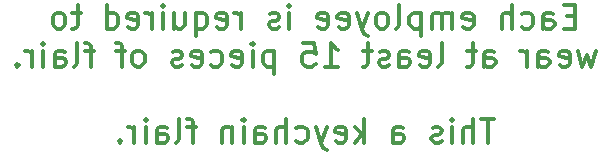
<source format=gbo>
G04 #@! TF.GenerationSoftware,KiCad,Pcbnew,7.0.9*
G04 #@! TF.CreationDate,2023-12-24T17:35:42+01:00*
G04 #@! TF.ProjectId,Fusebit Doctor TQFP32 adapter,46757365-6269-4742-9044-6f63746f7220,V1.0*
G04 #@! TF.SameCoordinates,Original*
G04 #@! TF.FileFunction,Legend,Bot*
G04 #@! TF.FilePolarity,Positive*
%FSLAX46Y46*%
G04 Gerber Fmt 4.6, Leading zero omitted, Abs format (unit mm)*
G04 Created by KiCad (PCBNEW 7.0.9) date 2023-12-24 17:35:42*
%MOMM*%
%LPD*%
G01*
G04 APERTURE LIST*
%ADD10C,0.300000*%
%ADD11R,1.700000X1.700000*%
%ADD12O,1.700000X1.700000*%
G04 APERTURE END LIST*
D10*
X22809526Y-3922019D02*
X22142859Y-3922019D01*
X21857145Y-4969638D02*
X22809526Y-4969638D01*
X22809526Y-4969638D02*
X22809526Y-2969638D01*
X22809526Y-2969638D02*
X21857145Y-2969638D01*
X20142859Y-4969638D02*
X20142859Y-3922019D01*
X20142859Y-3922019D02*
X20238097Y-3731542D01*
X20238097Y-3731542D02*
X20428573Y-3636304D01*
X20428573Y-3636304D02*
X20809526Y-3636304D01*
X20809526Y-3636304D02*
X21000002Y-3731542D01*
X20142859Y-4874400D02*
X20333335Y-4969638D01*
X20333335Y-4969638D02*
X20809526Y-4969638D01*
X20809526Y-4969638D02*
X21000002Y-4874400D01*
X21000002Y-4874400D02*
X21095240Y-4683923D01*
X21095240Y-4683923D02*
X21095240Y-4493447D01*
X21095240Y-4493447D02*
X21000002Y-4302971D01*
X21000002Y-4302971D02*
X20809526Y-4207733D01*
X20809526Y-4207733D02*
X20333335Y-4207733D01*
X20333335Y-4207733D02*
X20142859Y-4112495D01*
X18333335Y-4874400D02*
X18523811Y-4969638D01*
X18523811Y-4969638D02*
X18904764Y-4969638D01*
X18904764Y-4969638D02*
X19095240Y-4874400D01*
X19095240Y-4874400D02*
X19190478Y-4779161D01*
X19190478Y-4779161D02*
X19285716Y-4588685D01*
X19285716Y-4588685D02*
X19285716Y-4017257D01*
X19285716Y-4017257D02*
X19190478Y-3826780D01*
X19190478Y-3826780D02*
X19095240Y-3731542D01*
X19095240Y-3731542D02*
X18904764Y-3636304D01*
X18904764Y-3636304D02*
X18523811Y-3636304D01*
X18523811Y-3636304D02*
X18333335Y-3731542D01*
X17476192Y-4969638D02*
X17476192Y-2969638D01*
X16619049Y-4969638D02*
X16619049Y-3922019D01*
X16619049Y-3922019D02*
X16714287Y-3731542D01*
X16714287Y-3731542D02*
X16904763Y-3636304D01*
X16904763Y-3636304D02*
X17190478Y-3636304D01*
X17190478Y-3636304D02*
X17380954Y-3731542D01*
X17380954Y-3731542D02*
X17476192Y-3826780D01*
X13380953Y-4874400D02*
X13571429Y-4969638D01*
X13571429Y-4969638D02*
X13952382Y-4969638D01*
X13952382Y-4969638D02*
X14142858Y-4874400D01*
X14142858Y-4874400D02*
X14238096Y-4683923D01*
X14238096Y-4683923D02*
X14238096Y-3922019D01*
X14238096Y-3922019D02*
X14142858Y-3731542D01*
X14142858Y-3731542D02*
X13952382Y-3636304D01*
X13952382Y-3636304D02*
X13571429Y-3636304D01*
X13571429Y-3636304D02*
X13380953Y-3731542D01*
X13380953Y-3731542D02*
X13285715Y-3922019D01*
X13285715Y-3922019D02*
X13285715Y-4112495D01*
X13285715Y-4112495D02*
X14238096Y-4302971D01*
X12428572Y-4969638D02*
X12428572Y-3636304D01*
X12428572Y-3826780D02*
X12333334Y-3731542D01*
X12333334Y-3731542D02*
X12142858Y-3636304D01*
X12142858Y-3636304D02*
X11857143Y-3636304D01*
X11857143Y-3636304D02*
X11666667Y-3731542D01*
X11666667Y-3731542D02*
X11571429Y-3922019D01*
X11571429Y-3922019D02*
X11571429Y-4969638D01*
X11571429Y-3922019D02*
X11476191Y-3731542D01*
X11476191Y-3731542D02*
X11285715Y-3636304D01*
X11285715Y-3636304D02*
X11000001Y-3636304D01*
X11000001Y-3636304D02*
X10809524Y-3731542D01*
X10809524Y-3731542D02*
X10714286Y-3922019D01*
X10714286Y-3922019D02*
X10714286Y-4969638D01*
X9761905Y-3636304D02*
X9761905Y-5636304D01*
X9761905Y-3731542D02*
X9571429Y-3636304D01*
X9571429Y-3636304D02*
X9190476Y-3636304D01*
X9190476Y-3636304D02*
X9000000Y-3731542D01*
X9000000Y-3731542D02*
X8904762Y-3826780D01*
X8904762Y-3826780D02*
X8809524Y-4017257D01*
X8809524Y-4017257D02*
X8809524Y-4588685D01*
X8809524Y-4588685D02*
X8904762Y-4779161D01*
X8904762Y-4779161D02*
X9000000Y-4874400D01*
X9000000Y-4874400D02*
X9190476Y-4969638D01*
X9190476Y-4969638D02*
X9571429Y-4969638D01*
X9571429Y-4969638D02*
X9761905Y-4874400D01*
X7666667Y-4969638D02*
X7857143Y-4874400D01*
X7857143Y-4874400D02*
X7952381Y-4683923D01*
X7952381Y-4683923D02*
X7952381Y-2969638D01*
X6619048Y-4969638D02*
X6809524Y-4874400D01*
X6809524Y-4874400D02*
X6904762Y-4779161D01*
X6904762Y-4779161D02*
X7000000Y-4588685D01*
X7000000Y-4588685D02*
X7000000Y-4017257D01*
X7000000Y-4017257D02*
X6904762Y-3826780D01*
X6904762Y-3826780D02*
X6809524Y-3731542D01*
X6809524Y-3731542D02*
X6619048Y-3636304D01*
X6619048Y-3636304D02*
X6333333Y-3636304D01*
X6333333Y-3636304D02*
X6142857Y-3731542D01*
X6142857Y-3731542D02*
X6047619Y-3826780D01*
X6047619Y-3826780D02*
X5952381Y-4017257D01*
X5952381Y-4017257D02*
X5952381Y-4588685D01*
X5952381Y-4588685D02*
X6047619Y-4779161D01*
X6047619Y-4779161D02*
X6142857Y-4874400D01*
X6142857Y-4874400D02*
X6333333Y-4969638D01*
X6333333Y-4969638D02*
X6619048Y-4969638D01*
X5285714Y-3636304D02*
X4809524Y-4969638D01*
X4333333Y-3636304D02*
X4809524Y-4969638D01*
X4809524Y-4969638D02*
X5000000Y-5445828D01*
X5000000Y-5445828D02*
X5095238Y-5541066D01*
X5095238Y-5541066D02*
X5285714Y-5636304D01*
X2809523Y-4874400D02*
X2999999Y-4969638D01*
X2999999Y-4969638D02*
X3380952Y-4969638D01*
X3380952Y-4969638D02*
X3571428Y-4874400D01*
X3571428Y-4874400D02*
X3666666Y-4683923D01*
X3666666Y-4683923D02*
X3666666Y-3922019D01*
X3666666Y-3922019D02*
X3571428Y-3731542D01*
X3571428Y-3731542D02*
X3380952Y-3636304D01*
X3380952Y-3636304D02*
X2999999Y-3636304D01*
X2999999Y-3636304D02*
X2809523Y-3731542D01*
X2809523Y-3731542D02*
X2714285Y-3922019D01*
X2714285Y-3922019D02*
X2714285Y-4112495D01*
X2714285Y-4112495D02*
X3666666Y-4302971D01*
X1095237Y-4874400D02*
X1285713Y-4969638D01*
X1285713Y-4969638D02*
X1666666Y-4969638D01*
X1666666Y-4969638D02*
X1857142Y-4874400D01*
X1857142Y-4874400D02*
X1952380Y-4683923D01*
X1952380Y-4683923D02*
X1952380Y-3922019D01*
X1952380Y-3922019D02*
X1857142Y-3731542D01*
X1857142Y-3731542D02*
X1666666Y-3636304D01*
X1666666Y-3636304D02*
X1285713Y-3636304D01*
X1285713Y-3636304D02*
X1095237Y-3731542D01*
X1095237Y-3731542D02*
X999999Y-3922019D01*
X999999Y-3922019D02*
X999999Y-4112495D01*
X999999Y-4112495D02*
X1952380Y-4302971D01*
X-1380953Y-4969638D02*
X-1380953Y-3636304D01*
X-1380953Y-2969638D02*
X-1285715Y-3064876D01*
X-1285715Y-3064876D02*
X-1380953Y-3160114D01*
X-1380953Y-3160114D02*
X-1476191Y-3064876D01*
X-1476191Y-3064876D02*
X-1380953Y-2969638D01*
X-1380953Y-2969638D02*
X-1380953Y-3160114D01*
X-2238096Y-4874400D02*
X-2428572Y-4969638D01*
X-2428572Y-4969638D02*
X-2809524Y-4969638D01*
X-2809524Y-4969638D02*
X-3000001Y-4874400D01*
X-3000001Y-4874400D02*
X-3095239Y-4683923D01*
X-3095239Y-4683923D02*
X-3095239Y-4588685D01*
X-3095239Y-4588685D02*
X-3000001Y-4398209D01*
X-3000001Y-4398209D02*
X-2809524Y-4302971D01*
X-2809524Y-4302971D02*
X-2523810Y-4302971D01*
X-2523810Y-4302971D02*
X-2333334Y-4207733D01*
X-2333334Y-4207733D02*
X-2238096Y-4017257D01*
X-2238096Y-4017257D02*
X-2238096Y-3922019D01*
X-2238096Y-3922019D02*
X-2333334Y-3731542D01*
X-2333334Y-3731542D02*
X-2523810Y-3636304D01*
X-2523810Y-3636304D02*
X-2809524Y-3636304D01*
X-2809524Y-3636304D02*
X-3000001Y-3731542D01*
X-5476192Y-4969638D02*
X-5476192Y-3636304D01*
X-5476192Y-4017257D02*
X-5571430Y-3826780D01*
X-5571430Y-3826780D02*
X-5666668Y-3731542D01*
X-5666668Y-3731542D02*
X-5857144Y-3636304D01*
X-5857144Y-3636304D02*
X-6047621Y-3636304D01*
X-7476192Y-4874400D02*
X-7285716Y-4969638D01*
X-7285716Y-4969638D02*
X-6904763Y-4969638D01*
X-6904763Y-4969638D02*
X-6714287Y-4874400D01*
X-6714287Y-4874400D02*
X-6619049Y-4683923D01*
X-6619049Y-4683923D02*
X-6619049Y-3922019D01*
X-6619049Y-3922019D02*
X-6714287Y-3731542D01*
X-6714287Y-3731542D02*
X-6904763Y-3636304D01*
X-6904763Y-3636304D02*
X-7285716Y-3636304D01*
X-7285716Y-3636304D02*
X-7476192Y-3731542D01*
X-7476192Y-3731542D02*
X-7571430Y-3922019D01*
X-7571430Y-3922019D02*
X-7571430Y-4112495D01*
X-7571430Y-4112495D02*
X-6619049Y-4302971D01*
X-9285716Y-3636304D02*
X-9285716Y-5636304D01*
X-9285716Y-4874400D02*
X-9095240Y-4969638D01*
X-9095240Y-4969638D02*
X-8714287Y-4969638D01*
X-8714287Y-4969638D02*
X-8523811Y-4874400D01*
X-8523811Y-4874400D02*
X-8428573Y-4779161D01*
X-8428573Y-4779161D02*
X-8333335Y-4588685D01*
X-8333335Y-4588685D02*
X-8333335Y-4017257D01*
X-8333335Y-4017257D02*
X-8428573Y-3826780D01*
X-8428573Y-3826780D02*
X-8523811Y-3731542D01*
X-8523811Y-3731542D02*
X-8714287Y-3636304D01*
X-8714287Y-3636304D02*
X-9095240Y-3636304D01*
X-9095240Y-3636304D02*
X-9285716Y-3731542D01*
X-11095240Y-3636304D02*
X-11095240Y-4969638D01*
X-10238097Y-3636304D02*
X-10238097Y-4683923D01*
X-10238097Y-4683923D02*
X-10333335Y-4874400D01*
X-10333335Y-4874400D02*
X-10523811Y-4969638D01*
X-10523811Y-4969638D02*
X-10809526Y-4969638D01*
X-10809526Y-4969638D02*
X-11000002Y-4874400D01*
X-11000002Y-4874400D02*
X-11095240Y-4779161D01*
X-12047621Y-4969638D02*
X-12047621Y-3636304D01*
X-12047621Y-2969638D02*
X-11952383Y-3064876D01*
X-11952383Y-3064876D02*
X-12047621Y-3160114D01*
X-12047621Y-3160114D02*
X-12142859Y-3064876D01*
X-12142859Y-3064876D02*
X-12047621Y-2969638D01*
X-12047621Y-2969638D02*
X-12047621Y-3160114D01*
X-13000002Y-4969638D02*
X-13000002Y-3636304D01*
X-13000002Y-4017257D02*
X-13095240Y-3826780D01*
X-13095240Y-3826780D02*
X-13190478Y-3731542D01*
X-13190478Y-3731542D02*
X-13380954Y-3636304D01*
X-13380954Y-3636304D02*
X-13571431Y-3636304D01*
X-15000002Y-4874400D02*
X-14809526Y-4969638D01*
X-14809526Y-4969638D02*
X-14428573Y-4969638D01*
X-14428573Y-4969638D02*
X-14238097Y-4874400D01*
X-14238097Y-4874400D02*
X-14142859Y-4683923D01*
X-14142859Y-4683923D02*
X-14142859Y-3922019D01*
X-14142859Y-3922019D02*
X-14238097Y-3731542D01*
X-14238097Y-3731542D02*
X-14428573Y-3636304D01*
X-14428573Y-3636304D02*
X-14809526Y-3636304D01*
X-14809526Y-3636304D02*
X-15000002Y-3731542D01*
X-15000002Y-3731542D02*
X-15095240Y-3922019D01*
X-15095240Y-3922019D02*
X-15095240Y-4112495D01*
X-15095240Y-4112495D02*
X-14142859Y-4302971D01*
X-16809526Y-4969638D02*
X-16809526Y-2969638D01*
X-16809526Y-4874400D02*
X-16619050Y-4969638D01*
X-16619050Y-4969638D02*
X-16238097Y-4969638D01*
X-16238097Y-4969638D02*
X-16047621Y-4874400D01*
X-16047621Y-4874400D02*
X-15952383Y-4779161D01*
X-15952383Y-4779161D02*
X-15857145Y-4588685D01*
X-15857145Y-4588685D02*
X-15857145Y-4017257D01*
X-15857145Y-4017257D02*
X-15952383Y-3826780D01*
X-15952383Y-3826780D02*
X-16047621Y-3731542D01*
X-16047621Y-3731542D02*
X-16238097Y-3636304D01*
X-16238097Y-3636304D02*
X-16619050Y-3636304D01*
X-16619050Y-3636304D02*
X-16809526Y-3731542D01*
X-19000003Y-3636304D02*
X-19761907Y-3636304D01*
X-19285717Y-2969638D02*
X-19285717Y-4683923D01*
X-19285717Y-4683923D02*
X-19380955Y-4874400D01*
X-19380955Y-4874400D02*
X-19571431Y-4969638D01*
X-19571431Y-4969638D02*
X-19761907Y-4969638D01*
X-20714288Y-4969638D02*
X-20523812Y-4874400D01*
X-20523812Y-4874400D02*
X-20428574Y-4779161D01*
X-20428574Y-4779161D02*
X-20333336Y-4588685D01*
X-20333336Y-4588685D02*
X-20333336Y-4017257D01*
X-20333336Y-4017257D02*
X-20428574Y-3826780D01*
X-20428574Y-3826780D02*
X-20523812Y-3731542D01*
X-20523812Y-3731542D02*
X-20714288Y-3636304D01*
X-20714288Y-3636304D02*
X-21000003Y-3636304D01*
X-21000003Y-3636304D02*
X-21190479Y-3731542D01*
X-21190479Y-3731542D02*
X-21285717Y-3826780D01*
X-21285717Y-3826780D02*
X-21380955Y-4017257D01*
X-21380955Y-4017257D02*
X-21380955Y-4588685D01*
X-21380955Y-4588685D02*
X-21285717Y-4779161D01*
X-21285717Y-4779161D02*
X-21190479Y-4874400D01*
X-21190479Y-4874400D02*
X-21000003Y-4969638D01*
X-21000003Y-4969638D02*
X-20714288Y-4969638D01*
X24571430Y-6856304D02*
X24190478Y-8189638D01*
X24190478Y-8189638D02*
X23809525Y-7237257D01*
X23809525Y-7237257D02*
X23428573Y-8189638D01*
X23428573Y-8189638D02*
X23047621Y-6856304D01*
X21523811Y-8094400D02*
X21714287Y-8189638D01*
X21714287Y-8189638D02*
X22095240Y-8189638D01*
X22095240Y-8189638D02*
X22285716Y-8094400D01*
X22285716Y-8094400D02*
X22380954Y-7903923D01*
X22380954Y-7903923D02*
X22380954Y-7142019D01*
X22380954Y-7142019D02*
X22285716Y-6951542D01*
X22285716Y-6951542D02*
X22095240Y-6856304D01*
X22095240Y-6856304D02*
X21714287Y-6856304D01*
X21714287Y-6856304D02*
X21523811Y-6951542D01*
X21523811Y-6951542D02*
X21428573Y-7142019D01*
X21428573Y-7142019D02*
X21428573Y-7332495D01*
X21428573Y-7332495D02*
X22380954Y-7522971D01*
X19714287Y-8189638D02*
X19714287Y-7142019D01*
X19714287Y-7142019D02*
X19809525Y-6951542D01*
X19809525Y-6951542D02*
X20000001Y-6856304D01*
X20000001Y-6856304D02*
X20380954Y-6856304D01*
X20380954Y-6856304D02*
X20571430Y-6951542D01*
X19714287Y-8094400D02*
X19904763Y-8189638D01*
X19904763Y-8189638D02*
X20380954Y-8189638D01*
X20380954Y-8189638D02*
X20571430Y-8094400D01*
X20571430Y-8094400D02*
X20666668Y-7903923D01*
X20666668Y-7903923D02*
X20666668Y-7713447D01*
X20666668Y-7713447D02*
X20571430Y-7522971D01*
X20571430Y-7522971D02*
X20380954Y-7427733D01*
X20380954Y-7427733D02*
X19904763Y-7427733D01*
X19904763Y-7427733D02*
X19714287Y-7332495D01*
X18761906Y-8189638D02*
X18761906Y-6856304D01*
X18761906Y-7237257D02*
X18666668Y-7046780D01*
X18666668Y-7046780D02*
X18571430Y-6951542D01*
X18571430Y-6951542D02*
X18380954Y-6856304D01*
X18380954Y-6856304D02*
X18190477Y-6856304D01*
X15142858Y-8189638D02*
X15142858Y-7142019D01*
X15142858Y-7142019D02*
X15238096Y-6951542D01*
X15238096Y-6951542D02*
X15428572Y-6856304D01*
X15428572Y-6856304D02*
X15809525Y-6856304D01*
X15809525Y-6856304D02*
X16000001Y-6951542D01*
X15142858Y-8094400D02*
X15333334Y-8189638D01*
X15333334Y-8189638D02*
X15809525Y-8189638D01*
X15809525Y-8189638D02*
X16000001Y-8094400D01*
X16000001Y-8094400D02*
X16095239Y-7903923D01*
X16095239Y-7903923D02*
X16095239Y-7713447D01*
X16095239Y-7713447D02*
X16000001Y-7522971D01*
X16000001Y-7522971D02*
X15809525Y-7427733D01*
X15809525Y-7427733D02*
X15333334Y-7427733D01*
X15333334Y-7427733D02*
X15142858Y-7332495D01*
X14476191Y-6856304D02*
X13714287Y-6856304D01*
X14190477Y-6189638D02*
X14190477Y-7903923D01*
X14190477Y-7903923D02*
X14095239Y-8094400D01*
X14095239Y-8094400D02*
X13904763Y-8189638D01*
X13904763Y-8189638D02*
X13714287Y-8189638D01*
X11238096Y-8189638D02*
X11428572Y-8094400D01*
X11428572Y-8094400D02*
X11523810Y-7903923D01*
X11523810Y-7903923D02*
X11523810Y-6189638D01*
X9714286Y-8094400D02*
X9904762Y-8189638D01*
X9904762Y-8189638D02*
X10285715Y-8189638D01*
X10285715Y-8189638D02*
X10476191Y-8094400D01*
X10476191Y-8094400D02*
X10571429Y-7903923D01*
X10571429Y-7903923D02*
X10571429Y-7142019D01*
X10571429Y-7142019D02*
X10476191Y-6951542D01*
X10476191Y-6951542D02*
X10285715Y-6856304D01*
X10285715Y-6856304D02*
X9904762Y-6856304D01*
X9904762Y-6856304D02*
X9714286Y-6951542D01*
X9714286Y-6951542D02*
X9619048Y-7142019D01*
X9619048Y-7142019D02*
X9619048Y-7332495D01*
X9619048Y-7332495D02*
X10571429Y-7522971D01*
X7904762Y-8189638D02*
X7904762Y-7142019D01*
X7904762Y-7142019D02*
X8000000Y-6951542D01*
X8000000Y-6951542D02*
X8190476Y-6856304D01*
X8190476Y-6856304D02*
X8571429Y-6856304D01*
X8571429Y-6856304D02*
X8761905Y-6951542D01*
X7904762Y-8094400D02*
X8095238Y-8189638D01*
X8095238Y-8189638D02*
X8571429Y-8189638D01*
X8571429Y-8189638D02*
X8761905Y-8094400D01*
X8761905Y-8094400D02*
X8857143Y-7903923D01*
X8857143Y-7903923D02*
X8857143Y-7713447D01*
X8857143Y-7713447D02*
X8761905Y-7522971D01*
X8761905Y-7522971D02*
X8571429Y-7427733D01*
X8571429Y-7427733D02*
X8095238Y-7427733D01*
X8095238Y-7427733D02*
X7904762Y-7332495D01*
X7047619Y-8094400D02*
X6857143Y-8189638D01*
X6857143Y-8189638D02*
X6476191Y-8189638D01*
X6476191Y-8189638D02*
X6285714Y-8094400D01*
X6285714Y-8094400D02*
X6190476Y-7903923D01*
X6190476Y-7903923D02*
X6190476Y-7808685D01*
X6190476Y-7808685D02*
X6285714Y-7618209D01*
X6285714Y-7618209D02*
X6476191Y-7522971D01*
X6476191Y-7522971D02*
X6761905Y-7522971D01*
X6761905Y-7522971D02*
X6952381Y-7427733D01*
X6952381Y-7427733D02*
X7047619Y-7237257D01*
X7047619Y-7237257D02*
X7047619Y-7142019D01*
X7047619Y-7142019D02*
X6952381Y-6951542D01*
X6952381Y-6951542D02*
X6761905Y-6856304D01*
X6761905Y-6856304D02*
X6476191Y-6856304D01*
X6476191Y-6856304D02*
X6285714Y-6951542D01*
X5619047Y-6856304D02*
X4857143Y-6856304D01*
X5333333Y-6189638D02*
X5333333Y-7903923D01*
X5333333Y-7903923D02*
X5238095Y-8094400D01*
X5238095Y-8094400D02*
X5047619Y-8189638D01*
X5047619Y-8189638D02*
X4857143Y-8189638D01*
X1619047Y-8189638D02*
X2761904Y-8189638D01*
X2190476Y-8189638D02*
X2190476Y-6189638D01*
X2190476Y-6189638D02*
X2380952Y-6475352D01*
X2380952Y-6475352D02*
X2571428Y-6665828D01*
X2571428Y-6665828D02*
X2761904Y-6761066D01*
X-190476Y-6189638D02*
X761904Y-6189638D01*
X761904Y-6189638D02*
X857142Y-7142019D01*
X857142Y-7142019D02*
X761904Y-7046780D01*
X761904Y-7046780D02*
X571428Y-6951542D01*
X571428Y-6951542D02*
X95237Y-6951542D01*
X95237Y-6951542D02*
X-95238Y-7046780D01*
X-95238Y-7046780D02*
X-190476Y-7142019D01*
X-190476Y-7142019D02*
X-285714Y-7332495D01*
X-285714Y-7332495D02*
X-285714Y-7808685D01*
X-285714Y-7808685D02*
X-190476Y-7999161D01*
X-190476Y-7999161D02*
X-95238Y-8094400D01*
X-95238Y-8094400D02*
X95237Y-8189638D01*
X95237Y-8189638D02*
X571428Y-8189638D01*
X571428Y-8189638D02*
X761904Y-8094400D01*
X761904Y-8094400D02*
X857142Y-7999161D01*
X-2666667Y-6856304D02*
X-2666667Y-8856304D01*
X-2666667Y-6951542D02*
X-2857143Y-6856304D01*
X-2857143Y-6856304D02*
X-3238096Y-6856304D01*
X-3238096Y-6856304D02*
X-3428572Y-6951542D01*
X-3428572Y-6951542D02*
X-3523810Y-7046780D01*
X-3523810Y-7046780D02*
X-3619048Y-7237257D01*
X-3619048Y-7237257D02*
X-3619048Y-7808685D01*
X-3619048Y-7808685D02*
X-3523810Y-7999161D01*
X-3523810Y-7999161D02*
X-3428572Y-8094400D01*
X-3428572Y-8094400D02*
X-3238096Y-8189638D01*
X-3238096Y-8189638D02*
X-2857143Y-8189638D01*
X-2857143Y-8189638D02*
X-2666667Y-8094400D01*
X-4476191Y-8189638D02*
X-4476191Y-6856304D01*
X-4476191Y-6189638D02*
X-4380953Y-6284876D01*
X-4380953Y-6284876D02*
X-4476191Y-6380114D01*
X-4476191Y-6380114D02*
X-4571429Y-6284876D01*
X-4571429Y-6284876D02*
X-4476191Y-6189638D01*
X-4476191Y-6189638D02*
X-4476191Y-6380114D01*
X-6190477Y-8094400D02*
X-6000001Y-8189638D01*
X-6000001Y-8189638D02*
X-5619048Y-8189638D01*
X-5619048Y-8189638D02*
X-5428572Y-8094400D01*
X-5428572Y-8094400D02*
X-5333334Y-7903923D01*
X-5333334Y-7903923D02*
X-5333334Y-7142019D01*
X-5333334Y-7142019D02*
X-5428572Y-6951542D01*
X-5428572Y-6951542D02*
X-5619048Y-6856304D01*
X-5619048Y-6856304D02*
X-6000001Y-6856304D01*
X-6000001Y-6856304D02*
X-6190477Y-6951542D01*
X-6190477Y-6951542D02*
X-6285715Y-7142019D01*
X-6285715Y-7142019D02*
X-6285715Y-7332495D01*
X-6285715Y-7332495D02*
X-5333334Y-7522971D01*
X-8000001Y-8094400D02*
X-7809525Y-8189638D01*
X-7809525Y-8189638D02*
X-7428572Y-8189638D01*
X-7428572Y-8189638D02*
X-7238096Y-8094400D01*
X-7238096Y-8094400D02*
X-7142858Y-7999161D01*
X-7142858Y-7999161D02*
X-7047620Y-7808685D01*
X-7047620Y-7808685D02*
X-7047620Y-7237257D01*
X-7047620Y-7237257D02*
X-7142858Y-7046780D01*
X-7142858Y-7046780D02*
X-7238096Y-6951542D01*
X-7238096Y-6951542D02*
X-7428572Y-6856304D01*
X-7428572Y-6856304D02*
X-7809525Y-6856304D01*
X-7809525Y-6856304D02*
X-8000001Y-6951542D01*
X-9619049Y-8094400D02*
X-9428573Y-8189638D01*
X-9428573Y-8189638D02*
X-9047620Y-8189638D01*
X-9047620Y-8189638D02*
X-8857144Y-8094400D01*
X-8857144Y-8094400D02*
X-8761906Y-7903923D01*
X-8761906Y-7903923D02*
X-8761906Y-7142019D01*
X-8761906Y-7142019D02*
X-8857144Y-6951542D01*
X-8857144Y-6951542D02*
X-9047620Y-6856304D01*
X-9047620Y-6856304D02*
X-9428573Y-6856304D01*
X-9428573Y-6856304D02*
X-9619049Y-6951542D01*
X-9619049Y-6951542D02*
X-9714287Y-7142019D01*
X-9714287Y-7142019D02*
X-9714287Y-7332495D01*
X-9714287Y-7332495D02*
X-8761906Y-7522971D01*
X-10476192Y-8094400D02*
X-10666668Y-8189638D01*
X-10666668Y-8189638D02*
X-11047620Y-8189638D01*
X-11047620Y-8189638D02*
X-11238097Y-8094400D01*
X-11238097Y-8094400D02*
X-11333335Y-7903923D01*
X-11333335Y-7903923D02*
X-11333335Y-7808685D01*
X-11333335Y-7808685D02*
X-11238097Y-7618209D01*
X-11238097Y-7618209D02*
X-11047620Y-7522971D01*
X-11047620Y-7522971D02*
X-10761906Y-7522971D01*
X-10761906Y-7522971D02*
X-10571430Y-7427733D01*
X-10571430Y-7427733D02*
X-10476192Y-7237257D01*
X-10476192Y-7237257D02*
X-10476192Y-7142019D01*
X-10476192Y-7142019D02*
X-10571430Y-6951542D01*
X-10571430Y-6951542D02*
X-10761906Y-6856304D01*
X-10761906Y-6856304D02*
X-11047620Y-6856304D01*
X-11047620Y-6856304D02*
X-11238097Y-6951542D01*
X-14000002Y-8189638D02*
X-13809526Y-8094400D01*
X-13809526Y-8094400D02*
X-13714288Y-7999161D01*
X-13714288Y-7999161D02*
X-13619050Y-7808685D01*
X-13619050Y-7808685D02*
X-13619050Y-7237257D01*
X-13619050Y-7237257D02*
X-13714288Y-7046780D01*
X-13714288Y-7046780D02*
X-13809526Y-6951542D01*
X-13809526Y-6951542D02*
X-14000002Y-6856304D01*
X-14000002Y-6856304D02*
X-14285717Y-6856304D01*
X-14285717Y-6856304D02*
X-14476193Y-6951542D01*
X-14476193Y-6951542D02*
X-14571431Y-7046780D01*
X-14571431Y-7046780D02*
X-14666669Y-7237257D01*
X-14666669Y-7237257D02*
X-14666669Y-7808685D01*
X-14666669Y-7808685D02*
X-14571431Y-7999161D01*
X-14571431Y-7999161D02*
X-14476193Y-8094400D01*
X-14476193Y-8094400D02*
X-14285717Y-8189638D01*
X-14285717Y-8189638D02*
X-14000002Y-8189638D01*
X-15238098Y-6856304D02*
X-16000002Y-6856304D01*
X-15523812Y-8189638D02*
X-15523812Y-6475352D01*
X-15523812Y-6475352D02*
X-15619050Y-6284876D01*
X-15619050Y-6284876D02*
X-15809526Y-6189638D01*
X-15809526Y-6189638D02*
X-16000002Y-6189638D01*
X-17904765Y-6856304D02*
X-18666669Y-6856304D01*
X-18190479Y-8189638D02*
X-18190479Y-6475352D01*
X-18190479Y-6475352D02*
X-18285717Y-6284876D01*
X-18285717Y-6284876D02*
X-18476193Y-6189638D01*
X-18476193Y-6189638D02*
X-18666669Y-6189638D01*
X-19619050Y-8189638D02*
X-19428574Y-8094400D01*
X-19428574Y-8094400D02*
X-19333336Y-7903923D01*
X-19333336Y-7903923D02*
X-19333336Y-6189638D01*
X-21238098Y-8189638D02*
X-21238098Y-7142019D01*
X-21238098Y-7142019D02*
X-21142860Y-6951542D01*
X-21142860Y-6951542D02*
X-20952384Y-6856304D01*
X-20952384Y-6856304D02*
X-20571431Y-6856304D01*
X-20571431Y-6856304D02*
X-20380955Y-6951542D01*
X-21238098Y-8094400D02*
X-21047622Y-8189638D01*
X-21047622Y-8189638D02*
X-20571431Y-8189638D01*
X-20571431Y-8189638D02*
X-20380955Y-8094400D01*
X-20380955Y-8094400D02*
X-20285717Y-7903923D01*
X-20285717Y-7903923D02*
X-20285717Y-7713447D01*
X-20285717Y-7713447D02*
X-20380955Y-7522971D01*
X-20380955Y-7522971D02*
X-20571431Y-7427733D01*
X-20571431Y-7427733D02*
X-21047622Y-7427733D01*
X-21047622Y-7427733D02*
X-21238098Y-7332495D01*
X-22190479Y-8189638D02*
X-22190479Y-6856304D01*
X-22190479Y-6189638D02*
X-22095241Y-6284876D01*
X-22095241Y-6284876D02*
X-22190479Y-6380114D01*
X-22190479Y-6380114D02*
X-22285717Y-6284876D01*
X-22285717Y-6284876D02*
X-22190479Y-6189638D01*
X-22190479Y-6189638D02*
X-22190479Y-6380114D01*
X-23142860Y-8189638D02*
X-23142860Y-6856304D01*
X-23142860Y-7237257D02*
X-23238098Y-7046780D01*
X-23238098Y-7046780D02*
X-23333336Y-6951542D01*
X-23333336Y-6951542D02*
X-23523812Y-6856304D01*
X-23523812Y-6856304D02*
X-23714289Y-6856304D01*
X-24380955Y-7999161D02*
X-24476193Y-8094400D01*
X-24476193Y-8094400D02*
X-24380955Y-8189638D01*
X-24380955Y-8189638D02*
X-24285717Y-8094400D01*
X-24285717Y-8094400D02*
X-24380955Y-7999161D01*
X-24380955Y-7999161D02*
X-24380955Y-8189638D01*
X16000001Y-12629638D02*
X14857144Y-12629638D01*
X15428573Y-14629638D02*
X15428573Y-12629638D01*
X14190477Y-14629638D02*
X14190477Y-12629638D01*
X13333334Y-14629638D02*
X13333334Y-13582019D01*
X13333334Y-13582019D02*
X13428572Y-13391542D01*
X13428572Y-13391542D02*
X13619048Y-13296304D01*
X13619048Y-13296304D02*
X13904763Y-13296304D01*
X13904763Y-13296304D02*
X14095239Y-13391542D01*
X14095239Y-13391542D02*
X14190477Y-13486780D01*
X12380953Y-14629638D02*
X12380953Y-13296304D01*
X12380953Y-12629638D02*
X12476191Y-12724876D01*
X12476191Y-12724876D02*
X12380953Y-12820114D01*
X12380953Y-12820114D02*
X12285715Y-12724876D01*
X12285715Y-12724876D02*
X12380953Y-12629638D01*
X12380953Y-12629638D02*
X12380953Y-12820114D01*
X11523810Y-14534400D02*
X11333334Y-14629638D01*
X11333334Y-14629638D02*
X10952382Y-14629638D01*
X10952382Y-14629638D02*
X10761905Y-14534400D01*
X10761905Y-14534400D02*
X10666667Y-14343923D01*
X10666667Y-14343923D02*
X10666667Y-14248685D01*
X10666667Y-14248685D02*
X10761905Y-14058209D01*
X10761905Y-14058209D02*
X10952382Y-13962971D01*
X10952382Y-13962971D02*
X11238096Y-13962971D01*
X11238096Y-13962971D02*
X11428572Y-13867733D01*
X11428572Y-13867733D02*
X11523810Y-13677257D01*
X11523810Y-13677257D02*
X11523810Y-13582019D01*
X11523810Y-13582019D02*
X11428572Y-13391542D01*
X11428572Y-13391542D02*
X11238096Y-13296304D01*
X11238096Y-13296304D02*
X10952382Y-13296304D01*
X10952382Y-13296304D02*
X10761905Y-13391542D01*
X7428571Y-14629638D02*
X7428571Y-13582019D01*
X7428571Y-13582019D02*
X7523809Y-13391542D01*
X7523809Y-13391542D02*
X7714285Y-13296304D01*
X7714285Y-13296304D02*
X8095238Y-13296304D01*
X8095238Y-13296304D02*
X8285714Y-13391542D01*
X7428571Y-14534400D02*
X7619047Y-14629638D01*
X7619047Y-14629638D02*
X8095238Y-14629638D01*
X8095238Y-14629638D02*
X8285714Y-14534400D01*
X8285714Y-14534400D02*
X8380952Y-14343923D01*
X8380952Y-14343923D02*
X8380952Y-14153447D01*
X8380952Y-14153447D02*
X8285714Y-13962971D01*
X8285714Y-13962971D02*
X8095238Y-13867733D01*
X8095238Y-13867733D02*
X7619047Y-13867733D01*
X7619047Y-13867733D02*
X7428571Y-13772495D01*
X4952380Y-14629638D02*
X4952380Y-12629638D01*
X4761904Y-13867733D02*
X4190475Y-14629638D01*
X4190475Y-13296304D02*
X4952380Y-14058209D01*
X2571427Y-14534400D02*
X2761903Y-14629638D01*
X2761903Y-14629638D02*
X3142856Y-14629638D01*
X3142856Y-14629638D02*
X3333332Y-14534400D01*
X3333332Y-14534400D02*
X3428570Y-14343923D01*
X3428570Y-14343923D02*
X3428570Y-13582019D01*
X3428570Y-13582019D02*
X3333332Y-13391542D01*
X3333332Y-13391542D02*
X3142856Y-13296304D01*
X3142856Y-13296304D02*
X2761903Y-13296304D01*
X2761903Y-13296304D02*
X2571427Y-13391542D01*
X2571427Y-13391542D02*
X2476189Y-13582019D01*
X2476189Y-13582019D02*
X2476189Y-13772495D01*
X2476189Y-13772495D02*
X3428570Y-13962971D01*
X1809522Y-13296304D02*
X1333332Y-14629638D01*
X857141Y-13296304D02*
X1333332Y-14629638D01*
X1333332Y-14629638D02*
X1523808Y-15105828D01*
X1523808Y-15105828D02*
X1619046Y-15201066D01*
X1619046Y-15201066D02*
X1809522Y-15296304D01*
X-761906Y-14534400D02*
X-571430Y-14629638D01*
X-571430Y-14629638D02*
X-190477Y-14629638D01*
X-190477Y-14629638D02*
X-1Y-14534400D01*
X-1Y-14534400D02*
X95236Y-14439161D01*
X95236Y-14439161D02*
X190474Y-14248685D01*
X190474Y-14248685D02*
X190474Y-13677257D01*
X190474Y-13677257D02*
X95236Y-13486780D01*
X95236Y-13486780D02*
X-1Y-13391542D01*
X-1Y-13391542D02*
X-190477Y-13296304D01*
X-190477Y-13296304D02*
X-571430Y-13296304D01*
X-571430Y-13296304D02*
X-761906Y-13391542D01*
X-1619049Y-14629638D02*
X-1619049Y-12629638D01*
X-2476192Y-14629638D02*
X-2476192Y-13582019D01*
X-2476192Y-13582019D02*
X-2380954Y-13391542D01*
X-2380954Y-13391542D02*
X-2190478Y-13296304D01*
X-2190478Y-13296304D02*
X-1904763Y-13296304D01*
X-1904763Y-13296304D02*
X-1714287Y-13391542D01*
X-1714287Y-13391542D02*
X-1619049Y-13486780D01*
X-4285716Y-14629638D02*
X-4285716Y-13582019D01*
X-4285716Y-13582019D02*
X-4190478Y-13391542D01*
X-4190478Y-13391542D02*
X-4000002Y-13296304D01*
X-4000002Y-13296304D02*
X-3619049Y-13296304D01*
X-3619049Y-13296304D02*
X-3428573Y-13391542D01*
X-4285716Y-14534400D02*
X-4095240Y-14629638D01*
X-4095240Y-14629638D02*
X-3619049Y-14629638D01*
X-3619049Y-14629638D02*
X-3428573Y-14534400D01*
X-3428573Y-14534400D02*
X-3333335Y-14343923D01*
X-3333335Y-14343923D02*
X-3333335Y-14153447D01*
X-3333335Y-14153447D02*
X-3428573Y-13962971D01*
X-3428573Y-13962971D02*
X-3619049Y-13867733D01*
X-3619049Y-13867733D02*
X-4095240Y-13867733D01*
X-4095240Y-13867733D02*
X-4285716Y-13772495D01*
X-5238097Y-14629638D02*
X-5238097Y-13296304D01*
X-5238097Y-12629638D02*
X-5142859Y-12724876D01*
X-5142859Y-12724876D02*
X-5238097Y-12820114D01*
X-5238097Y-12820114D02*
X-5333335Y-12724876D01*
X-5333335Y-12724876D02*
X-5238097Y-12629638D01*
X-5238097Y-12629638D02*
X-5238097Y-12820114D01*
X-6190478Y-13296304D02*
X-6190478Y-14629638D01*
X-6190478Y-13486780D02*
X-6285716Y-13391542D01*
X-6285716Y-13391542D02*
X-6476192Y-13296304D01*
X-6476192Y-13296304D02*
X-6761907Y-13296304D01*
X-6761907Y-13296304D02*
X-6952383Y-13391542D01*
X-6952383Y-13391542D02*
X-7047621Y-13582019D01*
X-7047621Y-13582019D02*
X-7047621Y-14629638D01*
X-9238098Y-13296304D02*
X-10000002Y-13296304D01*
X-9523812Y-14629638D02*
X-9523812Y-12915352D01*
X-9523812Y-12915352D02*
X-9619050Y-12724876D01*
X-9619050Y-12724876D02*
X-9809526Y-12629638D01*
X-9809526Y-12629638D02*
X-10000002Y-12629638D01*
X-10952383Y-14629638D02*
X-10761907Y-14534400D01*
X-10761907Y-14534400D02*
X-10666669Y-14343923D01*
X-10666669Y-14343923D02*
X-10666669Y-12629638D01*
X-12571431Y-14629638D02*
X-12571431Y-13582019D01*
X-12571431Y-13582019D02*
X-12476193Y-13391542D01*
X-12476193Y-13391542D02*
X-12285717Y-13296304D01*
X-12285717Y-13296304D02*
X-11904764Y-13296304D01*
X-11904764Y-13296304D02*
X-11714288Y-13391542D01*
X-12571431Y-14534400D02*
X-12380955Y-14629638D01*
X-12380955Y-14629638D02*
X-11904764Y-14629638D01*
X-11904764Y-14629638D02*
X-11714288Y-14534400D01*
X-11714288Y-14534400D02*
X-11619050Y-14343923D01*
X-11619050Y-14343923D02*
X-11619050Y-14153447D01*
X-11619050Y-14153447D02*
X-11714288Y-13962971D01*
X-11714288Y-13962971D02*
X-11904764Y-13867733D01*
X-11904764Y-13867733D02*
X-12380955Y-13867733D01*
X-12380955Y-13867733D02*
X-12571431Y-13772495D01*
X-13523812Y-14629638D02*
X-13523812Y-13296304D01*
X-13523812Y-12629638D02*
X-13428574Y-12724876D01*
X-13428574Y-12724876D02*
X-13523812Y-12820114D01*
X-13523812Y-12820114D02*
X-13619050Y-12724876D01*
X-13619050Y-12724876D02*
X-13523812Y-12629638D01*
X-13523812Y-12629638D02*
X-13523812Y-12820114D01*
X-14476193Y-14629638D02*
X-14476193Y-13296304D01*
X-14476193Y-13677257D02*
X-14571431Y-13486780D01*
X-14571431Y-13486780D02*
X-14666669Y-13391542D01*
X-14666669Y-13391542D02*
X-14857145Y-13296304D01*
X-14857145Y-13296304D02*
X-15047622Y-13296304D01*
X-15714288Y-14439161D02*
X-15809526Y-14534400D01*
X-15809526Y-14534400D02*
X-15714288Y-14629638D01*
X-15714288Y-14629638D02*
X-15619050Y-14534400D01*
X-15619050Y-14534400D02*
X-15714288Y-14439161D01*
X-15714288Y-14439161D02*
X-15714288Y-14629638D01*
%LPC*%
D11*
X24130000Y-17780000D03*
D12*
X21590000Y-17780000D03*
X19050000Y-17780000D03*
X16510000Y-17780000D03*
X13970000Y-17780000D03*
X11430000Y-17780000D03*
X8890000Y-17780000D03*
X6350000Y-17780000D03*
X3810000Y-17780000D03*
X1270000Y-17780000D03*
X-1270000Y-17780000D03*
X-3810000Y-17780000D03*
X-6350000Y-17780000D03*
X-8890000Y-17780000D03*
X-11430000Y-17780000D03*
X-13970000Y-17780000D03*
X-16510000Y-17780000D03*
X-19050000Y-17780000D03*
X-21590000Y-17780000D03*
X-24130000Y-17780000D03*
%LPD*%
M02*

</source>
